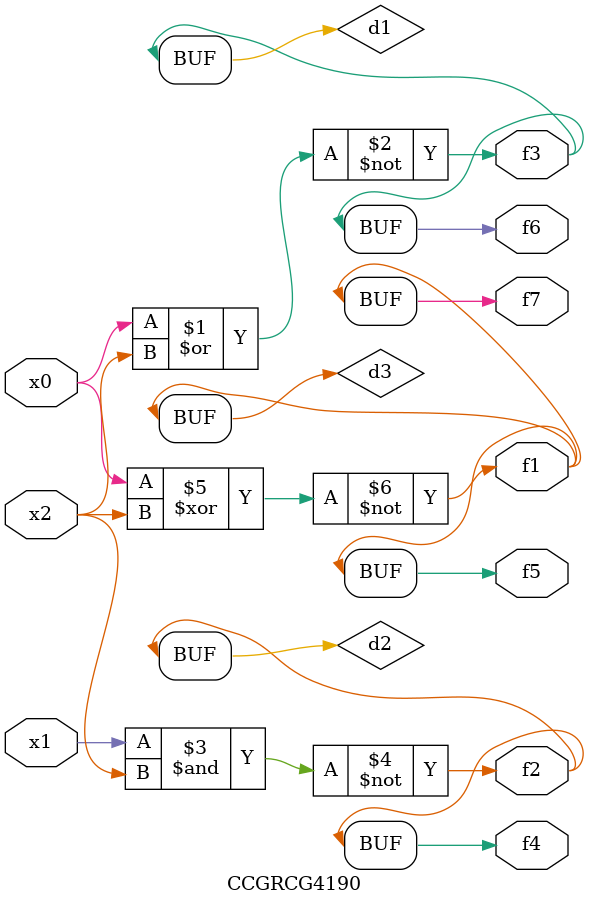
<source format=v>
module CCGRCG4190(
	input x0, x1, x2,
	output f1, f2, f3, f4, f5, f6, f7
);

	wire d1, d2, d3;

	nor (d1, x0, x2);
	nand (d2, x1, x2);
	xnor (d3, x0, x2);
	assign f1 = d3;
	assign f2 = d2;
	assign f3 = d1;
	assign f4 = d2;
	assign f5 = d3;
	assign f6 = d1;
	assign f7 = d3;
endmodule

</source>
